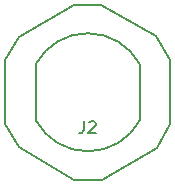
<source format=gbr>
G04 #@! TF.GenerationSoftware,KiCad,Pcbnew,(5.1.0)-1*
G04 #@! TF.CreationDate,2019-04-25T12:38:36+02:00*
G04 #@! TF.ProjectId,M8 Adaptor,4d382041-6461-4707-946f-722e6b696361,rev?*
G04 #@! TF.SameCoordinates,PX87e60a0PY5d75c80*
G04 #@! TF.FileFunction,Legend,Top*
G04 #@! TF.FilePolarity,Positive*
%FSLAX46Y46*%
G04 Gerber Fmt 4.6, Leading zero omitted, Abs format (unit mm)*
G04 Created by KiCad (PCBNEW (5.1.0)-1) date 2019-04-25 12:38:36*
%MOMM*%
%LPD*%
G04 APERTURE LIST*
%ADD10C,0.150000*%
G04 APERTURE END LIST*
D10*
X6300000Y5150000D02*
X1653144Y7877053D01*
X1653144Y7877053D02*
X491412Y9889230D01*
X8700000Y5150000D02*
X6300000Y5150000D01*
X491412Y9889230D02*
X491412Y15289230D01*
X491412Y15289230D02*
X1661731Y17262178D01*
X8632051Y19950000D02*
X6338269Y19950000D01*
X13308588Y17289230D02*
X8632051Y19950000D01*
X14470319Y15277053D02*
X13308588Y17289230D01*
X14470319Y9877053D02*
X14470319Y15277053D01*
X13338269Y7837822D02*
X14470319Y9877053D01*
X8700000Y5150000D02*
X13338269Y7837822D01*
X1661731Y17262178D02*
X6338269Y19950000D01*
X11900000Y10175000D02*
G75*
G02X3100000Y10175000I-4400000J2375000D01*
G01*
X3104390Y14950707D02*
G75*
G02X11900000Y14925000I4390826J-2400707D01*
G01*
X11900000Y14925000D02*
X11900000Y10175000D01*
X3100000Y14925000D02*
X3100000Y10175000D01*
X7166666Y10097620D02*
X7166666Y9383334D01*
X7119047Y9240477D01*
X7023809Y9145239D01*
X6880952Y9097620D01*
X6785714Y9097620D01*
X7595238Y10002381D02*
X7642857Y10050000D01*
X7738095Y10097620D01*
X7976190Y10097620D01*
X8071428Y10050000D01*
X8119047Y10002381D01*
X8166666Y9907143D01*
X8166666Y9811905D01*
X8119047Y9669048D01*
X7547619Y9097620D01*
X8166666Y9097620D01*
M02*

</source>
